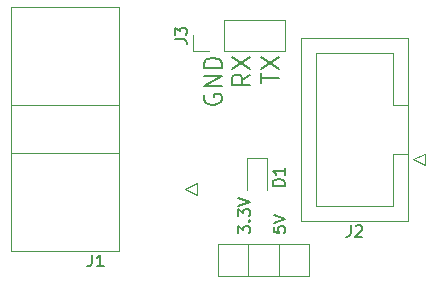
<source format=gbr>
%TF.GenerationSoftware,KiCad,Pcbnew,8.0.5-8.0.5-0~ubuntu20.04.1*%
%TF.CreationDate,2025-01-24T13:48:23+00:00*%
%TF.ProjectId,wchlinke-tagconnect,7763686c-696e-46b6-952d-746167636f6e,rev?*%
%TF.SameCoordinates,Original*%
%TF.FileFunction,Legend,Top*%
%TF.FilePolarity,Positive*%
%FSLAX46Y46*%
G04 Gerber Fmt 4.6, Leading zero omitted, Abs format (unit mm)*
G04 Created by KiCad (PCBNEW 8.0.5-8.0.5-0~ubuntu20.04.1) date 2025-01-24 13:48:23*
%MOMM*%
%LPD*%
G01*
G04 APERTURE LIST*
%ADD10C,0.150000*%
%ADD11C,0.120000*%
G04 APERTURE END LIST*
D10*
X43869819Y-48758458D02*
X43869819Y-48139411D01*
X43869819Y-48139411D02*
X44250771Y-48472744D01*
X44250771Y-48472744D02*
X44250771Y-48329887D01*
X44250771Y-48329887D02*
X44298390Y-48234649D01*
X44298390Y-48234649D02*
X44346009Y-48187030D01*
X44346009Y-48187030D02*
X44441247Y-48139411D01*
X44441247Y-48139411D02*
X44679342Y-48139411D01*
X44679342Y-48139411D02*
X44774580Y-48187030D01*
X44774580Y-48187030D02*
X44822200Y-48234649D01*
X44822200Y-48234649D02*
X44869819Y-48329887D01*
X44869819Y-48329887D02*
X44869819Y-48615601D01*
X44869819Y-48615601D02*
X44822200Y-48710839D01*
X44822200Y-48710839D02*
X44774580Y-48758458D01*
X44774580Y-47710839D02*
X44822200Y-47663220D01*
X44822200Y-47663220D02*
X44869819Y-47710839D01*
X44869819Y-47710839D02*
X44822200Y-47758458D01*
X44822200Y-47758458D02*
X44774580Y-47710839D01*
X44774580Y-47710839D02*
X44869819Y-47710839D01*
X43869819Y-47329887D02*
X43869819Y-46710840D01*
X43869819Y-46710840D02*
X44250771Y-47044173D01*
X44250771Y-47044173D02*
X44250771Y-46901316D01*
X44250771Y-46901316D02*
X44298390Y-46806078D01*
X44298390Y-46806078D02*
X44346009Y-46758459D01*
X44346009Y-46758459D02*
X44441247Y-46710840D01*
X44441247Y-46710840D02*
X44679342Y-46710840D01*
X44679342Y-46710840D02*
X44774580Y-46758459D01*
X44774580Y-46758459D02*
X44822200Y-46806078D01*
X44822200Y-46806078D02*
X44869819Y-46901316D01*
X44869819Y-46901316D02*
X44869819Y-47187030D01*
X44869819Y-47187030D02*
X44822200Y-47282268D01*
X44822200Y-47282268D02*
X44774580Y-47329887D01*
X43869819Y-46425125D02*
X44869819Y-46091792D01*
X44869819Y-46091792D02*
X43869819Y-45758459D01*
X41050225Y-37027255D02*
X40978796Y-37170113D01*
X40978796Y-37170113D02*
X40978796Y-37384398D01*
X40978796Y-37384398D02*
X41050225Y-37598684D01*
X41050225Y-37598684D02*
X41193082Y-37741541D01*
X41193082Y-37741541D02*
X41335939Y-37812970D01*
X41335939Y-37812970D02*
X41621653Y-37884398D01*
X41621653Y-37884398D02*
X41835939Y-37884398D01*
X41835939Y-37884398D02*
X42121653Y-37812970D01*
X42121653Y-37812970D02*
X42264510Y-37741541D01*
X42264510Y-37741541D02*
X42407368Y-37598684D01*
X42407368Y-37598684D02*
X42478796Y-37384398D01*
X42478796Y-37384398D02*
X42478796Y-37241541D01*
X42478796Y-37241541D02*
X42407368Y-37027255D01*
X42407368Y-37027255D02*
X42335939Y-36955827D01*
X42335939Y-36955827D02*
X41835939Y-36955827D01*
X41835939Y-36955827D02*
X41835939Y-37241541D01*
X42478796Y-36312970D02*
X40978796Y-36312970D01*
X40978796Y-36312970D02*
X42478796Y-35455827D01*
X42478796Y-35455827D02*
X40978796Y-35455827D01*
X42478796Y-34741541D02*
X40978796Y-34741541D01*
X40978796Y-34741541D02*
X40978796Y-34384398D01*
X40978796Y-34384398D02*
X41050225Y-34170112D01*
X41050225Y-34170112D02*
X41193082Y-34027255D01*
X41193082Y-34027255D02*
X41335939Y-33955826D01*
X41335939Y-33955826D02*
X41621653Y-33884398D01*
X41621653Y-33884398D02*
X41835939Y-33884398D01*
X41835939Y-33884398D02*
X42121653Y-33955826D01*
X42121653Y-33955826D02*
X42264510Y-34027255D01*
X42264510Y-34027255D02*
X42407368Y-34170112D01*
X42407368Y-34170112D02*
X42478796Y-34384398D01*
X42478796Y-34384398D02*
X42478796Y-34741541D01*
X44893712Y-35312969D02*
X44179426Y-35812969D01*
X44893712Y-36170112D02*
X43393712Y-36170112D01*
X43393712Y-36170112D02*
X43393712Y-35598683D01*
X43393712Y-35598683D02*
X43465141Y-35455826D01*
X43465141Y-35455826D02*
X43536569Y-35384397D01*
X43536569Y-35384397D02*
X43679426Y-35312969D01*
X43679426Y-35312969D02*
X43893712Y-35312969D01*
X43893712Y-35312969D02*
X44036569Y-35384397D01*
X44036569Y-35384397D02*
X44107998Y-35455826D01*
X44107998Y-35455826D02*
X44179426Y-35598683D01*
X44179426Y-35598683D02*
X44179426Y-36170112D01*
X43393712Y-34812969D02*
X44893712Y-33812969D01*
X43393712Y-33812969D02*
X44893712Y-34812969D01*
X45808628Y-36027254D02*
X45808628Y-35170112D01*
X47308628Y-35598683D02*
X45808628Y-35598683D01*
X45808628Y-34812969D02*
X47308628Y-33812969D01*
X45808628Y-33812969D02*
X47308628Y-34812969D01*
X46869819Y-48187030D02*
X46869819Y-48663220D01*
X46869819Y-48663220D02*
X47346009Y-48710839D01*
X47346009Y-48710839D02*
X47298390Y-48663220D01*
X47298390Y-48663220D02*
X47250771Y-48567982D01*
X47250771Y-48567982D02*
X47250771Y-48329887D01*
X47250771Y-48329887D02*
X47298390Y-48234649D01*
X47298390Y-48234649D02*
X47346009Y-48187030D01*
X47346009Y-48187030D02*
X47441247Y-48139411D01*
X47441247Y-48139411D02*
X47679342Y-48139411D01*
X47679342Y-48139411D02*
X47774580Y-48187030D01*
X47774580Y-48187030D02*
X47822200Y-48234649D01*
X47822200Y-48234649D02*
X47869819Y-48329887D01*
X47869819Y-48329887D02*
X47869819Y-48567982D01*
X47869819Y-48567982D02*
X47822200Y-48663220D01*
X47822200Y-48663220D02*
X47774580Y-48710839D01*
X46869819Y-47853696D02*
X47869819Y-47520363D01*
X47869819Y-47520363D02*
X46869819Y-47187030D01*
X47804819Y-44738094D02*
X46804819Y-44738094D01*
X46804819Y-44738094D02*
X46804819Y-44499999D01*
X46804819Y-44499999D02*
X46852438Y-44357142D01*
X46852438Y-44357142D02*
X46947676Y-44261904D01*
X46947676Y-44261904D02*
X47042914Y-44214285D01*
X47042914Y-44214285D02*
X47233390Y-44166666D01*
X47233390Y-44166666D02*
X47376247Y-44166666D01*
X47376247Y-44166666D02*
X47566723Y-44214285D01*
X47566723Y-44214285D02*
X47661961Y-44261904D01*
X47661961Y-44261904D02*
X47757200Y-44357142D01*
X47757200Y-44357142D02*
X47804819Y-44499999D01*
X47804819Y-44499999D02*
X47804819Y-44738094D01*
X47804819Y-43214285D02*
X47804819Y-43785713D01*
X47804819Y-43499999D02*
X46804819Y-43499999D01*
X46804819Y-43499999D02*
X46947676Y-43595237D01*
X46947676Y-43595237D02*
X47042914Y-43690475D01*
X47042914Y-43690475D02*
X47090533Y-43785713D01*
X31491666Y-50554819D02*
X31491666Y-51269104D01*
X31491666Y-51269104D02*
X31444047Y-51411961D01*
X31444047Y-51411961D02*
X31348809Y-51507200D01*
X31348809Y-51507200D02*
X31205952Y-51554819D01*
X31205952Y-51554819D02*
X31110714Y-51554819D01*
X32491666Y-51554819D02*
X31920238Y-51554819D01*
X32205952Y-51554819D02*
X32205952Y-50554819D01*
X32205952Y-50554819D02*
X32110714Y-50697676D01*
X32110714Y-50697676D02*
X32015476Y-50792914D01*
X32015476Y-50792914D02*
X31920238Y-50840533D01*
X38544819Y-32333333D02*
X39259104Y-32333333D01*
X39259104Y-32333333D02*
X39401961Y-32380952D01*
X39401961Y-32380952D02*
X39497200Y-32476190D01*
X39497200Y-32476190D02*
X39544819Y-32619047D01*
X39544819Y-32619047D02*
X39544819Y-32714285D01*
X38544819Y-31952380D02*
X38544819Y-31333333D01*
X38544819Y-31333333D02*
X38925771Y-31666666D01*
X38925771Y-31666666D02*
X38925771Y-31523809D01*
X38925771Y-31523809D02*
X38973390Y-31428571D01*
X38973390Y-31428571D02*
X39021009Y-31380952D01*
X39021009Y-31380952D02*
X39116247Y-31333333D01*
X39116247Y-31333333D02*
X39354342Y-31333333D01*
X39354342Y-31333333D02*
X39449580Y-31380952D01*
X39449580Y-31380952D02*
X39497200Y-31428571D01*
X39497200Y-31428571D02*
X39544819Y-31523809D01*
X39544819Y-31523809D02*
X39544819Y-31809523D01*
X39544819Y-31809523D02*
X39497200Y-31904761D01*
X39497200Y-31904761D02*
X39449580Y-31952380D01*
X53396666Y-48054819D02*
X53396666Y-48769104D01*
X53396666Y-48769104D02*
X53349047Y-48911961D01*
X53349047Y-48911961D02*
X53253809Y-49007200D01*
X53253809Y-49007200D02*
X53110952Y-49054819D01*
X53110952Y-49054819D02*
X53015714Y-49054819D01*
X53825238Y-48150057D02*
X53872857Y-48102438D01*
X53872857Y-48102438D02*
X53968095Y-48054819D01*
X53968095Y-48054819D02*
X54206190Y-48054819D01*
X54206190Y-48054819D02*
X54301428Y-48102438D01*
X54301428Y-48102438D02*
X54349047Y-48150057D01*
X54349047Y-48150057D02*
X54396666Y-48245295D01*
X54396666Y-48245295D02*
X54396666Y-48340533D01*
X54396666Y-48340533D02*
X54349047Y-48483390D01*
X54349047Y-48483390D02*
X53777619Y-49054819D01*
X53777619Y-49054819D02*
X54396666Y-49054819D01*
D11*
%TO.C,D1*%
X44650000Y-42390000D02*
X44650000Y-45050000D01*
X46350000Y-42390000D02*
X44650000Y-42390000D01*
X46350000Y-42390000D02*
X46350000Y-45050000D01*
%TO.C,JP1*%
X42130000Y-52330000D02*
X42130000Y-49670000D01*
X44730000Y-49670000D02*
X42130000Y-49670000D01*
X44730000Y-49670000D02*
X49870000Y-49670000D01*
X44730000Y-52330000D02*
X42130000Y-52330000D01*
X44730000Y-52330000D02*
X44730000Y-49670000D01*
X44730000Y-52330000D02*
X49870000Y-52330000D01*
X47300000Y-52330000D02*
X47300000Y-49670000D01*
X49870000Y-52330000D02*
X49870000Y-49670000D01*
%TO.C,J1*%
X24650000Y-29630000D02*
X33770000Y-29630000D01*
X24650000Y-50210000D02*
X24650000Y-29630000D01*
X33770000Y-29630000D02*
X33770000Y-50210000D01*
X33770000Y-37870000D02*
X24650000Y-37870000D01*
X33770000Y-41970000D02*
X24650000Y-41970000D01*
X33770000Y-50210000D02*
X24650000Y-50210000D01*
X39390000Y-45000000D02*
X40390000Y-45500000D01*
X40390000Y-44500000D02*
X39390000Y-45000000D01*
X40390000Y-45500000D02*
X40390000Y-44500000D01*
%TO.C,J3*%
X40090000Y-33330000D02*
X40090000Y-32000000D01*
X41420000Y-33330000D02*
X40090000Y-33330000D01*
X42690000Y-30670000D02*
X47830000Y-30670000D01*
X42690000Y-33330000D02*
X42690000Y-30670000D01*
X42690000Y-33330000D02*
X47830000Y-33330000D01*
X47830000Y-33330000D02*
X47830000Y-30670000D01*
%TO.C,J2*%
X49170000Y-32210000D02*
X58290000Y-32210000D01*
X49170000Y-47710000D02*
X49170000Y-32210000D01*
X50480000Y-33510000D02*
X56980000Y-33510000D01*
X50480000Y-46410000D02*
X50480000Y-33510000D01*
X56980000Y-33510000D02*
X56980000Y-37910000D01*
X56980000Y-37910000D02*
X56980000Y-37910000D01*
X56980000Y-37910000D02*
X58290000Y-37910000D01*
X56980000Y-42010000D02*
X56980000Y-46410000D01*
X56980000Y-46410000D02*
X50480000Y-46410000D01*
X58290000Y-32210000D02*
X58290000Y-47710000D01*
X58290000Y-42010000D02*
X56980000Y-42010000D01*
X58290000Y-47710000D02*
X49170000Y-47710000D01*
X58680000Y-42500000D02*
X59680000Y-43000000D01*
X59680000Y-42000000D02*
X58680000Y-42500000D01*
X59680000Y-43000000D02*
X59680000Y-42000000D01*
%TD*%
M02*

</source>
